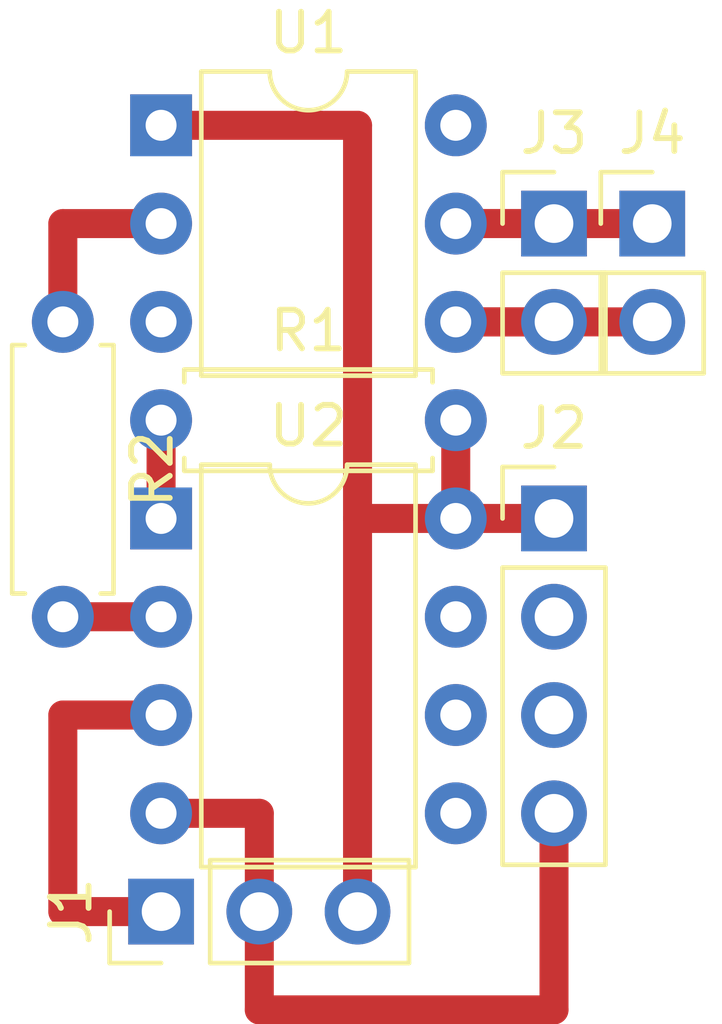
<source format=kicad_pcb>
(kicad_pcb (version 4) (host pcbnew 4.0.7)

  (general
    (links 14)
    (no_connects 0)
    (area 154.195 118.555 177.46762 145.855)
    (thickness 1.6)
    (drawings 0)
    (tracks 22)
    (zones 0)
    (modules 8)
    (nets 16)
  )

  (page A4)
  (layers
    (0 F.Cu signal)
    (31 B.Cu signal hide)
    (32 B.Adhes user hide)
    (33 F.Adhes user hide)
    (34 B.Paste user hide)
    (35 F.Paste user hide)
    (36 B.SilkS user)
    (37 F.SilkS user)
    (38 B.Mask user hide)
    (39 F.Mask user hide)
    (40 Dwgs.User user hide)
    (41 Cmts.User user hide)
    (42 Eco1.User user)
    (43 Eco2.User user hide)
    (44 Edge.Cuts user hide)
    (45 Margin user hide)
    (46 B.CrtYd user hide)
    (47 F.CrtYd user hide)
    (48 B.Fab user hide)
    (49 F.Fab user hide)
  )

  (setup
    (last_trace_width 0.75)
    (trace_clearance 0.2)
    (zone_clearance 0.508)
    (zone_45_only no)
    (trace_min 0.2)
    (segment_width 0.2)
    (edge_width 0.15)
    (via_size 0.6)
    (via_drill 0.4)
    (via_min_size 0.4)
    (via_min_drill 0.3)
    (uvia_size 0.3)
    (uvia_drill 0.1)
    (uvias_allowed no)
    (uvia_min_size 0.2)
    (uvia_min_drill 0.1)
    (pcb_text_width 0.3)
    (pcb_text_size 1.5 1.5)
    (mod_edge_width 0.15)
    (mod_text_size 1 1)
    (mod_text_width 0.15)
    (pad_size 1.524 1.524)
    (pad_drill 0.762)
    (pad_to_mask_clearance 0.2)
    (aux_axis_origin 0 0)
    (visible_elements 7FFFFFFF)
    (pcbplotparams
      (layerselection 0x00030_80000001)
      (usegerberextensions false)
      (excludeedgelayer true)
      (linewidth 0.100000)
      (plotframeref false)
      (viasonmask false)
      (mode 1)
      (useauxorigin false)
      (hpglpennumber 1)
      (hpglpenspeed 20)
      (hpglpendiameter 15)
      (hpglpenoverlay 2)
      (psnegative false)
      (psa4output false)
      (plotreference true)
      (plotvalue true)
      (plotinvisibletext false)
      (padsonsilk false)
      (subtractmaskfromsilk false)
      (outputformat 1)
      (mirror false)
      (drillshape 1)
      (scaleselection 1)
      (outputdirectory ""))
  )

  (net 0 "")
  (net 1 GND)
  (net 2 VCC)
  (net 3 "Net-(J2-Pad2)")
  (net 4 "Net-(J2-Pad3)")
  (net 5 SIG-IN)
  (net 6 SIG-OUT)
  (net 7 "Net-(R1-Pad1)")
  (net 8 "Net-(R2-Pad1)")
  (net 9 OPTO)
  (net 10 "Net-(U1-Pad3)")
  (net 11 "Net-(U1-Pad6)")
  (net 12 "Net-(U2-Pad6)")
  (net 13 "Net-(U2-Pad7)")
  (net 14 IRED)
  (net 15 "Net-(U2-Pad5)")

  (net_class Default "This is the default net class."
    (clearance 0.2)
    (trace_width 0.75)
    (via_dia 0.6)
    (via_drill 0.4)
    (uvia_dia 0.3)
    (uvia_drill 0.1)
    (add_net GND)
    (add_net IRED)
    (add_net "Net-(J2-Pad2)")
    (add_net "Net-(J2-Pad3)")
    (add_net "Net-(R1-Pad1)")
    (add_net "Net-(R2-Pad1)")
    (add_net "Net-(U1-Pad3)")
    (add_net "Net-(U1-Pad6)")
    (add_net "Net-(U2-Pad5)")
    (add_net "Net-(U2-Pad6)")
    (add_net "Net-(U2-Pad7)")
    (add_net OPTO)
    (add_net SIG-IN)
    (add_net SIG-OUT)
    (add_net VCC)
  )

  (module Pin_Headers:Pin_Header_Straight_1x03_Pitch2.54mm (layer F.Cu) (tedit 5B5C51D4) (tstamp 5B5A807B)
    (at 160.02 142.24 90)
    (descr "Through hole straight pin header, 1x03, 2.54mm pitch, single row")
    (tags "Through hole pin header THT 1x03 2.54mm single row")
    (path /5B5A8435)
    (fp_text reference J1 (at 0 -2.33 90) (layer F.SilkS)
      (effects (font (size 1 1) (thickness 0.15)))
    )
    (fp_text value Conn_01x03 (at -3.81 2.54 180) (layer F.Fab)
      (effects (font (size 1 1) (thickness 0.15)))
    )
    (fp_line (start -0.635 -1.27) (end 1.27 -1.27) (layer F.Fab) (width 0.1))
    (fp_line (start 1.27 -1.27) (end 1.27 6.35) (layer F.Fab) (width 0.1))
    (fp_line (start 1.27 6.35) (end -1.27 6.35) (layer F.Fab) (width 0.1))
    (fp_line (start -1.27 6.35) (end -1.27 -0.635) (layer F.Fab) (width 0.1))
    (fp_line (start -1.27 -0.635) (end -0.635 -1.27) (layer F.Fab) (width 0.1))
    (fp_line (start -1.33 6.41) (end 1.33 6.41) (layer F.SilkS) (width 0.12))
    (fp_line (start -1.33 1.27) (end -1.33 6.41) (layer F.SilkS) (width 0.12))
    (fp_line (start 1.33 1.27) (end 1.33 6.41) (layer F.SilkS) (width 0.12))
    (fp_line (start -1.33 1.27) (end 1.33 1.27) (layer F.SilkS) (width 0.12))
    (fp_line (start -1.33 0) (end -1.33 -1.33) (layer F.SilkS) (width 0.12))
    (fp_line (start -1.33 -1.33) (end 0 -1.33) (layer F.SilkS) (width 0.12))
    (fp_line (start -1.8 -1.8) (end -1.8 6.85) (layer F.CrtYd) (width 0.05))
    (fp_line (start -1.8 6.85) (end 1.8 6.85) (layer F.CrtYd) (width 0.05))
    (fp_line (start 1.8 6.85) (end 1.8 -1.8) (layer F.CrtYd) (width 0.05))
    (fp_line (start 1.8 -1.8) (end -1.8 -1.8) (layer F.CrtYd) (width 0.05))
    (fp_text user %R (at 0 2.54 180) (layer F.Fab)
      (effects (font (size 1 1) (thickness 0.15)))
    )
    (pad 1 thru_hole rect (at 0 0 90) (size 1.7 1.7) (drill 1) (layers *.Cu *.Mask)
      (net 14 IRED))
    (pad 2 thru_hole oval (at 0 2.54 90) (size 1.7 1.7) (drill 1) (layers *.Cu *.Mask)
      (net 1 GND))
    (pad 3 thru_hole oval (at 0 5.08 90) (size 1.7 1.7) (drill 1) (layers *.Cu *.Mask)
      (net 2 VCC))
    (model ${KISYS3DMOD}/Pin_Headers.3dshapes/Pin_Header_Straight_1x03_Pitch2.54mm.wrl
      (at (xyz 0 0 0))
      (scale (xyz 1 1 1))
      (rotate (xyz 0 0 0))
    )
  )

  (module Pin_Headers:Pin_Header_Straight_1x04_Pitch2.54mm (layer F.Cu) (tedit 5B5A83E0) (tstamp 5B5A8083)
    (at 170.18 132.08)
    (descr "Through hole straight pin header, 1x04, 2.54mm pitch, single row")
    (tags "Through hole pin header THT 1x04 2.54mm single row")
    (path /5B5A7B12)
    (fp_text reference J2 (at 0 -2.33) (layer F.SilkS)
      (effects (font (size 1 1) (thickness 0.15)))
    )
    (fp_text value Conn_01x04 (at 2.54 3.81 90) (layer F.Fab)
      (effects (font (size 1 1) (thickness 0.15)))
    )
    (fp_line (start -0.635 -1.27) (end 1.27 -1.27) (layer F.Fab) (width 0.1))
    (fp_line (start 1.27 -1.27) (end 1.27 8.89) (layer F.Fab) (width 0.1))
    (fp_line (start 1.27 8.89) (end -1.27 8.89) (layer F.Fab) (width 0.1))
    (fp_line (start -1.27 8.89) (end -1.27 -0.635) (layer F.Fab) (width 0.1))
    (fp_line (start -1.27 -0.635) (end -0.635 -1.27) (layer F.Fab) (width 0.1))
    (fp_line (start -1.33 8.95) (end 1.33 8.95) (layer F.SilkS) (width 0.12))
    (fp_line (start -1.33 1.27) (end -1.33 8.95) (layer F.SilkS) (width 0.12))
    (fp_line (start 1.33 1.27) (end 1.33 8.95) (layer F.SilkS) (width 0.12))
    (fp_line (start -1.33 1.27) (end 1.33 1.27) (layer F.SilkS) (width 0.12))
    (fp_line (start -1.33 0) (end -1.33 -1.33) (layer F.SilkS) (width 0.12))
    (fp_line (start -1.33 -1.33) (end 0 -1.33) (layer F.SilkS) (width 0.12))
    (fp_line (start -1.8 -1.8) (end -1.8 9.4) (layer F.CrtYd) (width 0.05))
    (fp_line (start -1.8 9.4) (end 1.8 9.4) (layer F.CrtYd) (width 0.05))
    (fp_line (start 1.8 9.4) (end 1.8 -1.8) (layer F.CrtYd) (width 0.05))
    (fp_line (start 1.8 -1.8) (end -1.8 -1.8) (layer F.CrtYd) (width 0.05))
    (fp_text user %R (at 0 3.81 90) (layer F.Fab)
      (effects (font (size 1 1) (thickness 0.15)))
    )
    (pad 1 thru_hole rect (at 0 0) (size 1.7 1.7) (drill 1) (layers *.Cu *.Mask)
      (net 2 VCC))
    (pad 2 thru_hole oval (at 0 2.54) (size 1.7 1.7) (drill 1) (layers *.Cu *.Mask)
      (net 3 "Net-(J2-Pad2)"))
    (pad 3 thru_hole oval (at 0 5.08) (size 1.7 1.7) (drill 1) (layers *.Cu *.Mask)
      (net 4 "Net-(J2-Pad3)"))
    (pad 4 thru_hole oval (at 0 7.62) (size 1.7 1.7) (drill 1) (layers *.Cu *.Mask)
      (net 1 GND))
    (model ${KISYS3DMOD}/Pin_Headers.3dshapes/Pin_Header_Straight_1x04_Pitch2.54mm.wrl
      (at (xyz 0 0 0))
      (scale (xyz 1 1 1))
      (rotate (xyz 0 0 0))
    )
  )

  (module Housings_DIP:DIP-6_W7.62mm (layer F.Cu) (tedit 5B5A83C9) (tstamp 5B5A80AB)
    (at 160.02 121.92)
    (descr "6-lead dip package, row spacing 7.62 mm (300 mils)")
    (tags "DIL DIP PDIP 2.54mm 7.62mm 300mil")
    (path /5B5A7C1C)
    (fp_text reference U1 (at 3.81 -2.39) (layer F.SilkS)
      (effects (font (size 1 1) (thickness 0.15)))
    )
    (fp_text value 4N25 (at 3.81 1.27) (layer F.Fab)
      (effects (font (size 1 1) (thickness 0.15)))
    )
    (fp_text user %R (at 3.81 2.54) (layer F.Fab)
      (effects (font (size 1 1) (thickness 0.15)))
    )
    (fp_line (start 1.635 -1.27) (end 6.985 -1.27) (layer F.Fab) (width 0.1))
    (fp_line (start 6.985 -1.27) (end 6.985 6.35) (layer F.Fab) (width 0.1))
    (fp_line (start 6.985 6.35) (end 0.635 6.35) (layer F.Fab) (width 0.1))
    (fp_line (start 0.635 6.35) (end 0.635 -0.27) (layer F.Fab) (width 0.1))
    (fp_line (start 0.635 -0.27) (end 1.635 -1.27) (layer F.Fab) (width 0.1))
    (fp_line (start 2.81 -1.39) (end 1.04 -1.39) (layer F.SilkS) (width 0.12))
    (fp_line (start 1.04 -1.39) (end 1.04 6.47) (layer F.SilkS) (width 0.12))
    (fp_line (start 1.04 6.47) (end 6.58 6.47) (layer F.SilkS) (width 0.12))
    (fp_line (start 6.58 6.47) (end 6.58 -1.39) (layer F.SilkS) (width 0.12))
    (fp_line (start 6.58 -1.39) (end 4.81 -1.39) (layer F.SilkS) (width 0.12))
    (fp_line (start -1.1 -1.6) (end -1.1 6.6) (layer F.CrtYd) (width 0.05))
    (fp_line (start -1.1 6.6) (end 8.7 6.6) (layer F.CrtYd) (width 0.05))
    (fp_line (start 8.7 6.6) (end 8.7 -1.6) (layer F.CrtYd) (width 0.05))
    (fp_line (start 8.7 -1.6) (end -1.1 -1.6) (layer F.CrtYd) (width 0.05))
    (fp_arc (start 3.81 -1.39) (end 2.81 -1.39) (angle -180) (layer F.SilkS) (width 0.12))
    (pad 1 thru_hole rect (at 0 0) (size 1.6 1.6) (drill 0.8) (layers *.Cu *.Mask)
      (net 2 VCC))
    (pad 4 thru_hole oval (at 7.62 5.08) (size 1.6 1.6) (drill 0.8) (layers *.Cu *.Mask)
      (net 6 SIG-OUT))
    (pad 2 thru_hole oval (at 0 2.54) (size 1.6 1.6) (drill 0.8) (layers *.Cu *.Mask)
      (net 8 "Net-(R2-Pad1)"))
    (pad 5 thru_hole oval (at 7.62 2.54) (size 1.6 1.6) (drill 0.8) (layers *.Cu *.Mask)
      (net 5 SIG-IN))
    (pad 3 thru_hole oval (at 0 5.08) (size 1.6 1.6) (drill 0.8) (layers *.Cu *.Mask)
      (net 10 "Net-(U1-Pad3)"))
    (pad 6 thru_hole oval (at 7.62 0) (size 1.6 1.6) (drill 0.8) (layers *.Cu *.Mask)
      (net 11 "Net-(U1-Pad6)"))
    (model ${KISYS3DMOD}/Housings_DIP.3dshapes/DIP-6_W7.62mm.wrl
      (at (xyz 0 0 0))
      (scale (xyz 1 1 1))
      (rotate (xyz 0 0 0))
    )
  )

  (module Housings_DIP:DIP-8_W7.62mm (layer F.Cu) (tedit 5B5C51CC) (tstamp 5B5A80B7)
    (at 160.02 132.08)
    (descr "8-lead dip package, row spacing 7.62 mm (300 mils)")
    (tags "DIL DIP PDIP 2.54mm 7.62mm 300mil")
    (path /5B5A7A74)
    (fp_text reference U2 (at 3.81 -2.39) (layer F.SilkS)
      (effects (font (size 1 1) (thickness 0.15)))
    )
    (fp_text value TINY85 (at 3.81 3.81) (layer F.Fab)
      (effects (font (size 1 1) (thickness 0.15)))
    )
    (fp_text user %R (at 3.81 3.81) (layer F.Fab)
      (effects (font (size 1 1) (thickness 0.15)))
    )
    (fp_line (start 1.635 -1.27) (end 6.985 -1.27) (layer F.Fab) (width 0.1))
    (fp_line (start 6.985 -1.27) (end 6.985 8.89) (layer F.Fab) (width 0.1))
    (fp_line (start 6.985 8.89) (end 0.635 8.89) (layer F.Fab) (width 0.1))
    (fp_line (start 0.635 8.89) (end 0.635 -0.27) (layer F.Fab) (width 0.1))
    (fp_line (start 0.635 -0.27) (end 1.635 -1.27) (layer F.Fab) (width 0.1))
    (fp_line (start 2.81 -1.39) (end 1.04 -1.39) (layer F.SilkS) (width 0.12))
    (fp_line (start 1.04 -1.39) (end 1.04 9.01) (layer F.SilkS) (width 0.12))
    (fp_line (start 1.04 9.01) (end 6.58 9.01) (layer F.SilkS) (width 0.12))
    (fp_line (start 6.58 9.01) (end 6.58 -1.39) (layer F.SilkS) (width 0.12))
    (fp_line (start 6.58 -1.39) (end 4.81 -1.39) (layer F.SilkS) (width 0.12))
    (fp_line (start -1.1 -1.6) (end -1.1 9.2) (layer F.CrtYd) (width 0.05))
    (fp_line (start -1.1 9.2) (end 8.7 9.2) (layer F.CrtYd) (width 0.05))
    (fp_line (start 8.7 9.2) (end 8.7 -1.6) (layer F.CrtYd) (width 0.05))
    (fp_line (start 8.7 -1.6) (end -1.1 -1.6) (layer F.CrtYd) (width 0.05))
    (fp_arc (start 3.81 -1.39) (end 2.81 -1.39) (angle -180) (layer F.SilkS) (width 0.12))
    (pad 1 thru_hole rect (at 0 0) (size 1.6 1.6) (drill 0.8) (layers *.Cu *.Mask)
      (net 7 "Net-(R1-Pad1)"))
    (pad 5 thru_hole oval (at 7.62 7.62) (size 1.6 1.6) (drill 0.8) (layers *.Cu *.Mask)
      (net 15 "Net-(U2-Pad5)"))
    (pad 2 thru_hole oval (at 0 2.54) (size 1.6 1.6) (drill 0.8) (layers *.Cu *.Mask)
      (net 9 OPTO))
    (pad 6 thru_hole oval (at 7.62 5.08) (size 1.6 1.6) (drill 0.8) (layers *.Cu *.Mask)
      (net 12 "Net-(U2-Pad6)"))
    (pad 3 thru_hole oval (at 0 5.08) (size 1.6 1.6) (drill 0.8) (layers *.Cu *.Mask)
      (net 14 IRED))
    (pad 7 thru_hole oval (at 7.62 2.54) (size 1.6 1.6) (drill 0.8) (layers *.Cu *.Mask)
      (net 13 "Net-(U2-Pad7)"))
    (pad 4 thru_hole oval (at 0 7.62) (size 1.6 1.6) (drill 0.8) (layers *.Cu *.Mask)
      (net 1 GND))
    (pad 8 thru_hole oval (at 7.62 0) (size 1.6 1.6) (drill 0.8) (layers *.Cu *.Mask)
      (net 2 VCC))
    (model ${KISYS3DMOD}/Housings_DIP.3dshapes/DIP-8_W7.62mm.wrl
      (at (xyz 0 0 0))
      (scale (xyz 1 1 1))
      (rotate (xyz 0 0 0))
    )
  )

  (module Resistors_THT:R_Axial_DIN0207_L6.3mm_D2.5mm_P7.62mm_Horizontal (layer F.Cu) (tedit 5B5A840A) (tstamp 5B5A81BE)
    (at 160.02 129.54)
    (descr "Resistor, Axial_DIN0207 series, Axial, Horizontal, pin pitch=7.62mm, 0.25W = 1/4W, length*diameter=6.3*2.5mm^2, http://cdn-reichelt.de/documents/datenblatt/B400/1_4W%23YAG.pdf")
    (tags "Resistor Axial_DIN0207 series Axial Horizontal pin pitch 7.62mm 0.25W = 1/4W length 6.3mm diameter 2.5mm")
    (path /5B5A829B)
    (fp_text reference R1 (at 3.81 -2.31) (layer F.SilkS)
      (effects (font (size 1 1) (thickness 0.15)))
    )
    (fp_text value 10K (at 3.81 0) (layer F.Fab)
      (effects (font (size 1 1) (thickness 0.15)))
    )
    (fp_line (start 0.66 -1.25) (end 0.66 1.25) (layer F.Fab) (width 0.1))
    (fp_line (start 0.66 1.25) (end 6.96 1.25) (layer F.Fab) (width 0.1))
    (fp_line (start 6.96 1.25) (end 6.96 -1.25) (layer F.Fab) (width 0.1))
    (fp_line (start 6.96 -1.25) (end 0.66 -1.25) (layer F.Fab) (width 0.1))
    (fp_line (start 0 0) (end 0.66 0) (layer F.Fab) (width 0.1))
    (fp_line (start 7.62 0) (end 6.96 0) (layer F.Fab) (width 0.1))
    (fp_line (start 0.6 -0.98) (end 0.6 -1.31) (layer F.SilkS) (width 0.12))
    (fp_line (start 0.6 -1.31) (end 7.02 -1.31) (layer F.SilkS) (width 0.12))
    (fp_line (start 7.02 -1.31) (end 7.02 -0.98) (layer F.SilkS) (width 0.12))
    (fp_line (start 0.6 0.98) (end 0.6 1.31) (layer F.SilkS) (width 0.12))
    (fp_line (start 0.6 1.31) (end 7.02 1.31) (layer F.SilkS) (width 0.12))
    (fp_line (start 7.02 1.31) (end 7.02 0.98) (layer F.SilkS) (width 0.12))
    (fp_line (start -1.05 -1.6) (end -1.05 1.6) (layer F.CrtYd) (width 0.05))
    (fp_line (start -1.05 1.6) (end 8.7 1.6) (layer F.CrtYd) (width 0.05))
    (fp_line (start 8.7 1.6) (end 8.7 -1.6) (layer F.CrtYd) (width 0.05))
    (fp_line (start 8.7 -1.6) (end -1.05 -1.6) (layer F.CrtYd) (width 0.05))
    (pad 1 thru_hole circle (at 0 0) (size 1.6 1.6) (drill 0.8) (layers *.Cu *.Mask)
      (net 7 "Net-(R1-Pad1)"))
    (pad 2 thru_hole oval (at 7.62 0) (size 1.6 1.6) (drill 0.8) (layers *.Cu *.Mask)
      (net 2 VCC))
    (model ${KISYS3DMOD}/Resistors_THT.3dshapes/R_Axial_DIN0207_L6.3mm_D2.5mm_P7.62mm_Horizontal.wrl
      (at (xyz 0 0 0))
      (scale (xyz 0.393701 0.393701 0.393701))
      (rotate (xyz 0 0 0))
    )
  )

  (module Pin_Headers:Pin_Header_Straight_1x02_Pitch2.54mm (layer F.Cu) (tedit 5B5C51B4) (tstamp 5B5AE0DD)
    (at 170.18 124.46)
    (descr "Through hole straight pin header, 1x02, 2.54mm pitch, single row")
    (tags "Through hole pin header THT 1x02 2.54mm single row")
    (path /5B5A7B6B)
    (fp_text reference J3 (at 0 -2.33) (layer F.SilkS)
      (effects (font (size 1 1) (thickness 0.15)))
    )
    (fp_text value Conn_01x02 (at 5.08 0 90) (layer F.Fab)
      (effects (font (size 1 1) (thickness 0.15)))
    )
    (fp_line (start -0.635 -1.27) (end 1.27 -1.27) (layer F.Fab) (width 0.1))
    (fp_line (start 1.27 -1.27) (end 1.27 3.81) (layer F.Fab) (width 0.1))
    (fp_line (start 1.27 3.81) (end -1.27 3.81) (layer F.Fab) (width 0.1))
    (fp_line (start -1.27 3.81) (end -1.27 -0.635) (layer F.Fab) (width 0.1))
    (fp_line (start -1.27 -0.635) (end -0.635 -1.27) (layer F.Fab) (width 0.1))
    (fp_line (start -1.33 3.87) (end 1.33 3.87) (layer F.SilkS) (width 0.12))
    (fp_line (start -1.33 1.27) (end -1.33 3.87) (layer F.SilkS) (width 0.12))
    (fp_line (start 1.33 1.27) (end 1.33 3.87) (layer F.SilkS) (width 0.12))
    (fp_line (start -1.33 1.27) (end 1.33 1.27) (layer F.SilkS) (width 0.12))
    (fp_line (start -1.33 0) (end -1.33 -1.33) (layer F.SilkS) (width 0.12))
    (fp_line (start -1.33 -1.33) (end 0 -1.33) (layer F.SilkS) (width 0.12))
    (fp_line (start -1.8 -1.8) (end -1.8 4.35) (layer F.CrtYd) (width 0.05))
    (fp_line (start -1.8 4.35) (end 1.8 4.35) (layer F.CrtYd) (width 0.05))
    (fp_line (start 1.8 4.35) (end 1.8 -1.8) (layer F.CrtYd) (width 0.05))
    (fp_line (start 1.8 -1.8) (end -1.8 -1.8) (layer F.CrtYd) (width 0.05))
    (fp_text user %R (at 0 1.27 90) (layer F.Fab)
      (effects (font (size 1 1) (thickness 0.15)))
    )
    (pad 1 thru_hole rect (at 0 0) (size 1.7 1.7) (drill 1) (layers *.Cu *.Mask)
      (net 5 SIG-IN))
    (pad 2 thru_hole oval (at 0 2.54) (size 1.7 1.7) (drill 1) (layers *.Cu *.Mask)
      (net 6 SIG-OUT))
    (model ${KISYS3DMOD}/Pin_Headers.3dshapes/Pin_Header_Straight_1x02_Pitch2.54mm.wrl
      (at (xyz 0 0 0))
      (scale (xyz 1 1 1))
      (rotate (xyz 0 0 0))
    )
  )

  (module Pin_Headers:Pin_Header_Straight_1x02_Pitch2.54mm (layer F.Cu) (tedit 5B5C51BC) (tstamp 5B5AE0F3)
    (at 172.72 124.46)
    (descr "Through hole straight pin header, 1x02, 2.54mm pitch, single row")
    (tags "Through hole pin header THT 1x02 2.54mm single row")
    (path /5B5A8928)
    (fp_text reference J4 (at 0 -2.33) (layer F.SilkS)
      (effects (font (size 1 1) (thickness 0.15)))
    )
    (fp_text value Conn_01x02 (at 3.81 0 90) (layer F.Fab)
      (effects (font (size 1 1) (thickness 0.15)))
    )
    (fp_line (start -0.635 -1.27) (end 1.27 -1.27) (layer F.Fab) (width 0.1))
    (fp_line (start 1.27 -1.27) (end 1.27 3.81) (layer F.Fab) (width 0.1))
    (fp_line (start 1.27 3.81) (end -1.27 3.81) (layer F.Fab) (width 0.1))
    (fp_line (start -1.27 3.81) (end -1.27 -0.635) (layer F.Fab) (width 0.1))
    (fp_line (start -1.27 -0.635) (end -0.635 -1.27) (layer F.Fab) (width 0.1))
    (fp_line (start -1.33 3.87) (end 1.33 3.87) (layer F.SilkS) (width 0.12))
    (fp_line (start -1.33 1.27) (end -1.33 3.87) (layer F.SilkS) (width 0.12))
    (fp_line (start 1.33 1.27) (end 1.33 3.87) (layer F.SilkS) (width 0.12))
    (fp_line (start -1.33 1.27) (end 1.33 1.27) (layer F.SilkS) (width 0.12))
    (fp_line (start -1.33 0) (end -1.33 -1.33) (layer F.SilkS) (width 0.12))
    (fp_line (start -1.33 -1.33) (end 0 -1.33) (layer F.SilkS) (width 0.12))
    (fp_line (start -1.8 -1.8) (end -1.8 4.35) (layer F.CrtYd) (width 0.05))
    (fp_line (start -1.8 4.35) (end 1.8 4.35) (layer F.CrtYd) (width 0.05))
    (fp_line (start 1.8 4.35) (end 1.8 -1.8) (layer F.CrtYd) (width 0.05))
    (fp_line (start 1.8 -1.8) (end -1.8 -1.8) (layer F.CrtYd) (width 0.05))
    (fp_text user %R (at 0 1.27 90) (layer F.Fab)
      (effects (font (size 1 1) (thickness 0.15)))
    )
    (pad 1 thru_hole rect (at 0 0) (size 1.7 1.7) (drill 1) (layers *.Cu *.Mask)
      (net 5 SIG-IN))
    (pad 2 thru_hole oval (at 0 2.54) (size 1.7 1.7) (drill 1) (layers *.Cu *.Mask)
      (net 6 SIG-OUT))
    (model ${KISYS3DMOD}/Pin_Headers.3dshapes/Pin_Header_Straight_1x02_Pitch2.54mm.wrl
      (at (xyz 0 0 0))
      (scale (xyz 1 1 1))
      (rotate (xyz 0 0 0))
    )
  )

  (module Resistors_THT:R_Axial_DIN0207_L6.3mm_D2.5mm_P7.62mm_Horizontal (layer F.Cu) (tedit 5874F706) (tstamp 5B5AE109)
    (at 157.48 127 270)
    (descr "Resistor, Axial_DIN0207 series, Axial, Horizontal, pin pitch=7.62mm, 0.25W = 1/4W, length*diameter=6.3*2.5mm^2, http://cdn-reichelt.de/documents/datenblatt/B400/1_4W%23YAG.pdf")
    (tags "Resistor Axial_DIN0207 series Axial Horizontal pin pitch 7.62mm 0.25W = 1/4W length 6.3mm diameter 2.5mm")
    (path /5B5A81BE)
    (fp_text reference R2 (at 3.81 -2.31 270) (layer F.SilkS)
      (effects (font (size 1 1) (thickness 0.15)))
    )
    (fp_text value 1K (at 3.81 2.31 270) (layer F.Fab)
      (effects (font (size 1 1) (thickness 0.15)))
    )
    (fp_line (start 0.66 -1.25) (end 0.66 1.25) (layer F.Fab) (width 0.1))
    (fp_line (start 0.66 1.25) (end 6.96 1.25) (layer F.Fab) (width 0.1))
    (fp_line (start 6.96 1.25) (end 6.96 -1.25) (layer F.Fab) (width 0.1))
    (fp_line (start 6.96 -1.25) (end 0.66 -1.25) (layer F.Fab) (width 0.1))
    (fp_line (start 0 0) (end 0.66 0) (layer F.Fab) (width 0.1))
    (fp_line (start 7.62 0) (end 6.96 0) (layer F.Fab) (width 0.1))
    (fp_line (start 0.6 -0.98) (end 0.6 -1.31) (layer F.SilkS) (width 0.12))
    (fp_line (start 0.6 -1.31) (end 7.02 -1.31) (layer F.SilkS) (width 0.12))
    (fp_line (start 7.02 -1.31) (end 7.02 -0.98) (layer F.SilkS) (width 0.12))
    (fp_line (start 0.6 0.98) (end 0.6 1.31) (layer F.SilkS) (width 0.12))
    (fp_line (start 0.6 1.31) (end 7.02 1.31) (layer F.SilkS) (width 0.12))
    (fp_line (start 7.02 1.31) (end 7.02 0.98) (layer F.SilkS) (width 0.12))
    (fp_line (start -1.05 -1.6) (end -1.05 1.6) (layer F.CrtYd) (width 0.05))
    (fp_line (start -1.05 1.6) (end 8.7 1.6) (layer F.CrtYd) (width 0.05))
    (fp_line (start 8.7 1.6) (end 8.7 -1.6) (layer F.CrtYd) (width 0.05))
    (fp_line (start 8.7 -1.6) (end -1.05 -1.6) (layer F.CrtYd) (width 0.05))
    (pad 1 thru_hole circle (at 0 0 270) (size 1.6 1.6) (drill 0.8) (layers *.Cu *.Mask)
      (net 8 "Net-(R2-Pad1)"))
    (pad 2 thru_hole oval (at 7.62 0 270) (size 1.6 1.6) (drill 0.8) (layers *.Cu *.Mask)
      (net 9 OPTO))
    (model ${KISYS3DMOD}/Resistors_THT.3dshapes/R_Axial_DIN0207_L6.3mm_D2.5mm_P7.62mm_Horizontal.wrl
      (at (xyz 0 0 0))
      (scale (xyz 0.393701 0.393701 0.393701))
      (rotate (xyz 0 0 0))
    )
  )

  (segment (start 170.18 139.7) (end 170.18 144.78) (width 0.75) (layer F.Cu) (net 1))
  (segment (start 162.56 144.78) (end 162.56 142.24) (width 0.75) (layer F.Cu) (net 1) (tstamp 5B5AE1BB))
  (segment (start 170.18 144.78) (end 162.56 144.78) (width 0.75) (layer F.Cu) (net 1) (tstamp 5B5AE1BA))
  (segment (start 162.56 142.24) (end 162.56 139.7) (width 0.75) (layer F.Cu) (net 1) (tstamp 5B5AE17E))
  (segment (start 162.56 139.7) (end 160.02 139.7) (width 0.75) (layer F.Cu) (net 1) (tstamp 5B5A816D))
  (segment (start 165.1 132.08) (end 165.1 121.92) (width 0.75) (layer F.Cu) (net 2))
  (segment (start 165.1 121.92) (end 160.02 121.92) (width 0.75) (layer F.Cu) (net 2) (tstamp 5B5AF89E))
  (segment (start 165.1 142.24) (end 165.1 132.08) (width 0.75) (layer F.Cu) (net 2))
  (segment (start 165.1 132.08) (end 167.64 132.08) (width 0.75) (layer F.Cu) (net 2) (tstamp 5B5AE1B7))
  (segment (start 167.64 132.08) (end 170.18 132.08) (width 0.75) (layer F.Cu) (net 2))
  (segment (start 167.64 129.54) (end 167.64 132.08) (width 0.75) (layer F.Cu) (net 2))
  (segment (start 170.18 124.46) (end 167.64 124.46) (width 0.75) (layer F.Cu) (net 5))
  (segment (start 167.64 124.46) (end 172.72 124.46) (width 0.75) (layer F.Cu) (net 5))
  (segment (start 170.18 127) (end 167.64 127) (width 0.75) (layer F.Cu) (net 6))
  (segment (start 172.72 127) (end 167.64 127) (width 0.75) (layer F.Cu) (net 6))
  (segment (start 160.02 132.08) (end 160.02 129.54) (width 0.75) (layer F.Cu) (net 7))
  (segment (start 160.02 124.46) (end 157.48 124.46) (width 0.75) (layer F.Cu) (net 8))
  (segment (start 157.48 124.46) (end 157.48 127) (width 0.75) (layer F.Cu) (net 8) (tstamp 5B5AF8A1))
  (segment (start 157.48 134.62) (end 160.02 134.62) (width 0.75) (layer F.Cu) (net 9))
  (segment (start 160.02 142.24) (end 157.48 142.24) (width 0.75) (layer F.Cu) (net 14))
  (segment (start 157.48 137.16) (end 160.02 137.16) (width 0.75) (layer F.Cu) (net 14) (tstamp 5B5AE1C6))
  (segment (start 157.48 142.24) (end 157.48 137.16) (width 0.75) (layer F.Cu) (net 14) (tstamp 5B5AE1C5))

)

</source>
